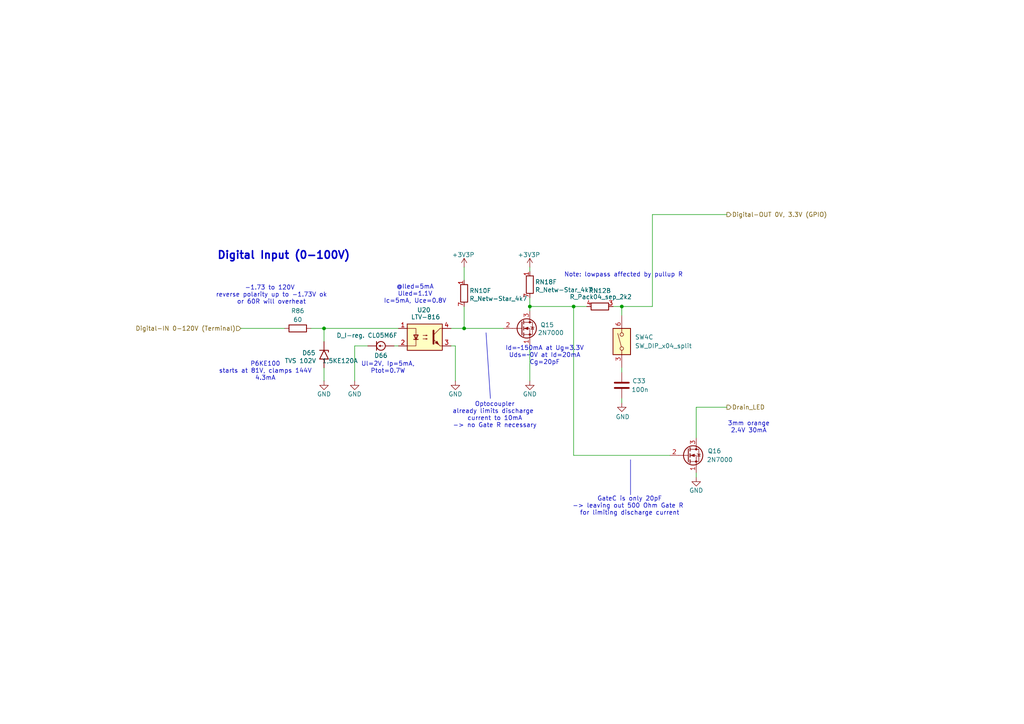
<source format=kicad_sch>
(kicad_sch (version 20231120) (generator "eeschema") (generator_version "8.0")
  (paper "A4")
  (lib_symbols
    (symbol "Device:C" (pin_numbers hide) (pin_names (offset 0.254))
      (property "Reference" "C" (at 0.635 2.54 0))
      (property "Value" "C" (at 0.635 -2.54 0))
      (symbol "C_0_1"
        (polyline (pts (xy -2.032 -0.762) (xy 2.032 -0.762)) (stroke (width 0.508)))
        (polyline (pts (xy -2.032 0.762) (xy 2.032 0.762)) (stroke (width 0.508)))
      )
      (symbol "C_1_1"
        (pin passive line (at 0 3.81 270) (length 2.794) (name "~") (number "1"))
        (pin passive line (at 0 -3.81 90) (length 2.794) (name "~") (number "2"))
      )
    )
    (symbol "Device:D_Current-regulator" (pin_numbers hide) (pin_names (offset 1.016) hide)
      (property "Reference" "D" (at 0 2.54 0))
      (property "Value" "D_Current-regulator" (at 0 -2.54 0))
      (symbol "D_Current-regulator_0_1"
        (polyline (pts (xy -1.27 1.27) (xy -1.27 -1.27)) (stroke (width 0.254)))
      )
      (symbol "D_Current-regulator_1_1"
        (polyline (pts (xy -0.127 0) (xy 0.635 0)))
        (polyline (pts (xy -0.127 0.254) (xy -0.635 0) (xy -0.127 -0.254) (xy -0.127 0.254)) (fill (type outline)))
        (circle (center 0 0) (radius 1.27) (stroke (width 0.254)))
        (pin passive line (at -3.81 0 0) (length 2.54) (name "K") (number "1"))
        (pin passive line (at 3.81 0 180) (length 2.54) (name "A") (number "2"))
      )
    )
    (symbol "Device:R" (pin_numbers hide) (pin_names (offset 0))
      (property "Reference" "R" (at 2.032 0 90))
      (property "Value" "R" (at 0 0 90))
      (symbol "R_0_1"
        (rectangle (start -1.016 -2.54) (end 1.016 2.54) (stroke (width 0.254)))
      )
      (symbol "R_1_1"
        (pin passive line (at 0 3.81 270) (length 1.27) (name "~") (number "1"))
        (pin passive line (at 0 -3.81 90) (length 1.27) (name "~") (number "2"))
      )
    )
    (symbol "Device:R_Network08_Split" (pin_names (offset 0) hide)
      (property "Reference" "RN" (at 2.032 0 90))
      (property "Value" "R_Network08_Split" (at 0 0 90))
      (symbol "R_Network08_Split_0_1"
        (rectangle (start 1.016 2.54) (end -1.016 -2.54) (stroke (width 0.254)))
        (pin passive line (at 0 3.81 270) (length 1.27) (name "R1") (number "1"))
      )
      (symbol "R_Network08_Split_1_1"
        (pin passive line (at 0 -3.81 90) (length 1.27) (name "R1.2") (number "2"))
      )
      (symbol "R_Network08_Split_2_1"
        (pin passive line (at 0 -3.81 90) (length 1.27) (name "R2.2") (number "3"))
      )
      (symbol "R_Network08_Split_3_1"
        (pin passive line (at 0 -3.81 90) (length 1.27) (name "R3.2") (number "4"))
      )
      (symbol "R_Network08_Split_4_1"
        (pin passive line (at 0 -3.81 90) (length 1.27) (name "R4.2") (number "5"))
      )
      (symbol "R_Network08_Split_5_1"
        (pin passive line (at 0 -3.81 90) (length 1.27) (name "R5.2") (number "6"))
      )
      (symbol "R_Network08_Split_6_1"
        (pin passive line (at 0 -3.81 90) (length 1.27) (name "R6.2") (number "7"))
      )
      (symbol "R_Network08_Split_7_1"
        (pin passive line (at 0 -3.81 90) (length 1.27) (name "R7.2") (number "8"))
      )
      (symbol "R_Network08_Split_8_1"
        (pin passive line (at 0 -3.81 90) (length 1.27) (name "R8.2") (number "9"))
      )
    )
    (symbol "Device:R_Pack04_SIP_Split" (pin_names (offset 0) hide)
      (property "Reference" "RN" (at 2.032 0 90))
      (property "Value" "R_Pack04_SIP_Split" (at 0 0 90))
      (symbol "R_Pack04_SIP_Split_0_1"
        (rectangle (start 1.016 2.54) (end -1.016 -2.54) (stroke (width 0.254)))
      )
      (symbol "R_Pack04_SIP_Split_1_1"
        (pin passive line (at 0 -3.81 90) (length 1.27) (name "R1.1") (number "1"))
        (pin passive line (at 0 3.81 270) (length 1.27) (name "R1.2") (number "2"))
      )
      (symbol "R_Pack04_SIP_Split_2_1"
        (pin passive line (at 0 -3.81 90) (length 1.27) (name "R2.1") (number "3"))
        (pin passive line (at 0 3.81 270) (length 1.27) (name "R2.2") (number "4"))
      )
      (symbol "R_Pack04_SIP_Split_3_1"
        (pin passive line (at 0 -3.81 90) (length 1.27) (name "R3.1") (number "5"))
        (pin passive line (at 0 3.81 270) (length 1.27) (name "R3.2") (number "6"))
      )
      (symbol "R_Pack04_SIP_Split_4_1"
        (pin passive line (at 0 -3.81 90) (length 1.27) (name "R4.1") (number "7"))
        (pin passive line (at 0 3.81 270) (length 1.27) (name "R4.2") (number "8"))
      )
    )
    (symbol "Diode:1N62xxA" (pin_numbers hide) (pin_names (offset 1.016) hide)
      (property "Reference" "D" (at 0 2.54 0))
      (property "Value" "1N62xxA" (at 0 -2.54 0))
      (symbol "1N62xxA_0_1"
        (polyline (pts (xy -0.762 1.27) (xy -1.27 1.27) (xy -1.27 -1.27)) (stroke (width 0.254)))
        (polyline (pts (xy 1.27 1.27) (xy 1.27 -1.27) (xy -1.27 0) (xy 1.27 1.27)) (stroke (width 0.254)))
      )
      (symbol "1N62xxA_1_1"
        (pin passive line (at -3.81 0 0) (length 2.54) (name "A1") (number "1"))
        (pin passive line (at 3.81 0 180) (length 2.54) (name "A2") (number "2"))
      )
    )
    (symbol "Isolator:LTV-817M" (pin_names (offset 1.016))
      (property "Reference" "U" (at -3.81 5.08 0))
      (property "Value" "LTV-817M" (at 0 -5.08 0))
      (symbol "LTV-817M_1_1"
        (rectangle (start -5.08 3.81) (end 5.08 -3.81) (stroke (width 0.254)) (fill (type background)))
        (polyline (pts (xy -3.175 -0.635) (xy -1.905 -0.635)) (stroke (width 0.254)))
        (polyline (pts (xy 2.54 0.635) (xy 4.445 2.54)))
        (polyline (pts (xy 4.445 -2.54) (xy 2.54 -0.635)) (fill (type outline)))
        (polyline (pts (xy 4.445 -2.54) (xy 5.08 -2.54)))
        (polyline (pts (xy 4.445 2.54) (xy 5.08 2.54)))
        (polyline (pts (xy -5.08 2.54) (xy -2.54 2.54) (xy -2.54 -0.762)))
        (polyline (pts (xy -2.54 -0.635) (xy -2.54 -2.54) (xy -5.08 -2.54)))
        (polyline (pts (xy 2.54 1.905) (xy 2.54 -1.905) (xy 2.54 -1.905)) (stroke (width 0.508)))
        (polyline (pts (xy -2.54 -0.635) (xy -3.175 0.635) (xy -1.905 0.635) (xy -2.54 -0.635)) (stroke (width 0.254)))
        (polyline (pts (xy -0.508 -0.508) (xy 0.762 -0.508) (xy 0.381 -0.635) (xy 0.381 -0.381) (xy 0.762 -0.508)))
        (polyline (pts (xy -0.508 0.508) (xy 0.762 0.508) (xy 0.381 0.381) (xy 0.381 0.635) (xy 0.762 0.508)))
        (polyline (pts (xy 3.048 -1.651) (xy 3.556 -1.143) (xy 4.064 -2.159) (xy 3.048 -1.651) (xy 3.048 -1.651)) (fill (type outline)))
        (pin passive line (at -7.62 2.54 0) (length 2.54) (name "~") (number "1"))
        (pin passive line (at -7.62 -2.54 0) (length 2.54) (name "~") (number "2"))
        (pin passive line (at 7.62 -2.54 180) (length 2.54) (name "~") (number "3"))
        (pin passive line (at 7.62 2.54 180) (length 2.54) (name "~") (number "4"))
      )
    )
    (symbol "Transistor_FET:2N7000" (pin_names hide)
      (property "Reference" "Q" (at 5.08 1.905 0))
      (property "Value" "2N7000" (at 5.08 0 0))
      (symbol "2N7000_0_1"
        (polyline (pts (xy 0.254 0) (xy -2.54 0)))
        (polyline (pts (xy 0.254 1.905) (xy 0.254 -1.905)) (stroke (width 0.254)))
        (polyline (pts (xy 0.762 -1.27) (xy 0.762 -2.286)) (stroke (width 0.254)))
        (polyline (pts (xy 0.762 0.508) (xy 0.762 -0.508)) (stroke (width 0.254)))
        (polyline (pts (xy 0.762 2.286) (xy 0.762 1.27)) (stroke (width 0.254)))
        (polyline (pts (xy 2.54 2.54) (xy 2.54 1.778)))
        (polyline (pts (xy 2.54 -2.54) (xy 2.54 0) (xy 0.762 0)))
        (polyline (pts (xy 0.762 -1.778) (xy 3.302 -1.778) (xy 3.302 1.778) (xy 0.762 1.778)))
        (polyline (pts (xy 1.016 0) (xy 2.032 0.381) (xy 2.032 -0.381) (xy 1.016 0)) (fill (type outline)))
        (polyline (pts (xy 2.794 0.508) (xy 2.921 0.381) (xy 3.683 0.381) (xy 3.81 0.254)))
        (polyline (pts (xy 3.302 0.381) (xy 2.921 -0.254) (xy 3.683 -0.254) (xy 3.302 0.381)))
        (circle (center 1.651 0) (radius 2.794) (stroke (width 0.254)))
        (circle (center 2.54 -1.778) (radius 0.254) (fill (type outline)))
        (circle (center 2.54 1.778) (radius 0.254) (fill (type outline)))
      )
      (symbol "2N7000_1_1"
        (pin passive line (at 2.54 -5.08 90) (length 2.54) (name "S") (number "1"))
        (pin input line (at -5.08 0 0) (length 2.54) (name "G") (number "2"))
        (pin passive line (at 2.54 5.08 270) (length 2.54) (name "D") (number "3"))
      )
    )
    (symbol "custom-symbols:SW_DIP_x04_split" (pin_names (offset 0) hide)
      (property "Reference" "SW" (at 0 3.81 0))
      (property "Value" "SW_DIP_x04_split" (at 0 -3.81 0))
      (symbol "SW_DIP_x04_split_0_0"
        (circle (center -2.032 0) (radius 0.508))
        (polyline (pts (xy -1.524 0.127) (xy 2.3622 1.1684)))
        (circle (center 2.032 0) (radius 0.508))
      )
      (symbol "SW_DIP_x04_split_0_1"
        (rectangle (start -3.81 2.54) (end 3.81 -2.54) (stroke (width 0.254)) (fill (type background)))
      )
      (symbol "SW_DIP_x04_split_1_1"
        (pin passive line (at -7.62 0 0) (length 5.08) (name "~") (number "1"))
        (pin passive line (at 7.62 0 180) (length 5.08) (name "~") (number "8"))
      )
      (symbol "SW_DIP_x04_split_2_1"
        (pin passive line (at -7.62 0 0) (length 5.08) (name "~") (number "2"))
        (pin passive line (at 7.62 0 180) (length 5.08) (name "~") (number "7"))
      )
      (symbol "SW_DIP_x04_split_3_1"
        (pin passive line (at -7.62 0 0) (length 5.08) (name "~") (number "3"))
        (pin passive line (at 7.62 0 180) (length 5.08) (name "~") (number "6"))
      )
      (symbol "SW_DIP_x04_split_4_1"
        (pin passive line (at -7.62 0 0) (length 5.08) (name "~") (number "4"))
        (pin passive line (at 7.62 0 180) (length 5.08) (name "~") (number "5"))
      )
    )
    (symbol "power:+3V3" (power) (pin_numbers hide) (pin_names (offset 0) hide)
      (property "Value" "+3V3" (at 0 3.556 0))
      (symbol "+3V3_0_1"
        (polyline (pts (xy -0.762 1.27) (xy 0 2.54)))
        (polyline (pts (xy 0 0) (xy 0 2.54)))
        (polyline (pts (xy 0 2.54) (xy 0.762 1.27)))
      )
      (symbol "+3V3_1_1"
        (pin power_in line (at 0 0 90) (length 0) (name "~") (number "1"))
      )
    )
    (symbol "power:GND" (power) (pin_numbers hide) (pin_names (offset 0) hide)
      (property "Value" "GND" (at 0 -3.81 0))
      (symbol "GND_0_1"
        (polyline (pts (xy 0 0) (xy 0 -1.27) (xy 1.27 -1.27) (xy 0 -2.54) (xy -1.27 -1.27) (xy 0 -1.27)))
      )
      (symbol "GND_1_1"
        (pin power_in line (at 0 0 270) (length 0) (name "~") (number "1"))
      )
    )
  )
  (junction (at 153.67 88.9))
  (junction (at 134.62 95.25))
  (junction (at 180.34 88.9))
  (junction (at 93.98 95.25))
  (junction (at 166.37 88.9))
  (wire (pts (xy 102.87 100.33) (xy 102.87 110.49)))
  (polyline (pts (xy 182.88 133.35) (xy 182.88 143.51)))
  (wire (pts (xy 130.81 100.33) (xy 132.08 100.33)))
  (wire (pts (xy 201.93 118.11) (xy 210.82 118.11)))
  (wire (pts (xy 166.37 132.08) (xy 194.31 132.08)))
  (wire (pts (xy 93.98 95.25) (xy 93.98 99.06)))
  (wire (pts (xy 106.68 100.33) (xy 102.87 100.33)))
  (wire (pts (xy 132.08 100.33) (xy 132.08 110.49)))
  (wire (pts (xy 177.8 88.9) (xy 180.34 88.9)))
  (wire (pts (xy 180.34 88.9) (xy 189.23 88.9)))
  (wire (pts (xy 93.98 106.68) (xy 93.98 110.49)))
  (wire (pts (xy 153.67 77.47) (xy 153.67 78.74)))
  (wire (pts (xy 189.23 88.9) (xy 189.23 62.23)))
  (wire (pts (xy 189.23 62.23) (xy 210.82 62.23)))
  (wire (pts (xy 134.62 88.9) (xy 134.62 95.25)))
  (wire (pts (xy 134.62 95.25) (xy 146.05 95.25)))
  (wire (pts (xy 153.67 88.9) (xy 153.67 90.17)))
  (wire (pts (xy 180.34 107.95) (xy 180.34 106.68)))
  (wire (pts (xy 69.85 95.25) (xy 82.55 95.25)))
  (wire (pts (xy 180.34 115.57) (xy 180.34 116.84)))
  (wire (pts (xy 153.67 86.36) (xy 153.67 88.9)))
  (wire (pts (xy 93.98 95.25) (xy 115.57 95.25)))
  (wire (pts (xy 114.3 100.33) (xy 115.57 100.33)))
  (wire (pts (xy 130.81 95.25) (xy 134.62 95.25)))
  (wire (pts (xy 166.37 88.9) (xy 170.18 88.9)))
  (wire (pts (xy 201.93 118.11) (xy 201.93 127)))
  (wire (pts (xy 90.17 95.25) (xy 93.98 95.25)))
  (wire (pts (xy 153.67 88.9) (xy 166.37 88.9)))
  (wire (pts (xy 166.37 132.08) (xy 166.37 88.9)))
  (wire (pts (xy 153.67 100.33) (xy 153.67 110.49)))
  (polyline (pts (xy 140.97 96.52) (xy 142.24 115.57)))
  (wire (pts (xy 180.34 88.9) (xy 180.34 91.44)))
  (wire (pts (xy 201.93 137.16) (xy 201.93 138.43)))
  (wire (pts (xy 134.62 77.47) (xy 134.62 81.28)))
  (text "Note: lowpass affected by pullup R" (at 180.848 79.756 0) (effects (font (size 1.27 1.27))))
  (text "Ul=2V, Ip=5mA,\nPtot=0.7W" (at 112.522 106.68 0) (effects (font (size 1.27 1.27))))
  (text "3mm orange\n2.4V 30mA" (at 217.17 123.952 0) (effects (font (size 1.27 1.27))))
  (text "Digital Input (0-100V)" (at 82.296 74.168 0) (effects (font (size 2.2 2.2) (thickness 0.44) (bold yes))))
  (text "GateC is only 20pF\n-> leaving out 500 Ohm Gate R \nfor limiting discharge current" (at 182.626 146.812 0) (effects (font (size 1.27 1.27))))
  (text "P6KE100\nstarts at 81V, clamps 144V\n4.3mA" (at 76.962 107.696 0) (effects (font (size 1.27 1.27))))
  (text "-1.73 to 120V \nreverse polarity up to -1.73V ok\nor 60R will overheat" (at 78.74 85.598 0) (effects (font (size 1.27 1.27))))
  (text "Id=~150mA at Ug=3.3V\nUds=~0V at Id=20mA\nCg=20pF" (at 157.988 103.124 0) (effects (font (size 1.27 1.27))))
  (text "Optocoupler\nalready limits discharge \ncurrent to 10mA\n-> no Gate R necessary" (at 143.51 120.396 0) (effects (font (size 1.27 1.27))))
  (text "@Iled=5mA\nUled=1.1V\nIc=5mA, Uce=0.8V" (at 120.396 85.344 0) (effects (font (size 1.27 1.27))))
  (hierarchical_label "Digital-OUT 0V, 3.3V (GPIO)" (shape output) (at 210.82 62.23 0))
  (hierarchical_label "Drain_LED" (shape output) (at 210.82 118.11 0))
  (hierarchical_label "Digital-IN 0-120V (Terminal)" (shape input) (at 69.85 95.25 180))
  (symbol (lib_id "Device:R_Network08_Split") (at 153.67 82.55 0) (unit 6)
    (property "Reference" "RN18" (at 155.194 81.788 0) (effects (justify left)))
    (property "Value" "R_Netw-Star_4k7" (at 155.194 84.074 0) (effects (justify left)))
    (property "Footprint" "Resistor_THT:R_Array_SIP9" (effects (hide yes)))
    (property "Datasheet" "https://www.reichelt.com/be/en/shop/product/resistor_network_8_x_4_7_kohm_2_sil-9-18049?nbc=1&trstct=pos_15" (effects (hide yes)))
    (property "Description" "8 resistor network, star topology, bussed resistors, split" (effects (hide yes)))
    (instances (project "pi-interface-board_v1.0" (path "" (reference "RN18") (unit 6)) (path "" (reference "RN18") (unit 7)) (path "" (reference "RN18") (unit 5)) (path "" (reference "RN18") (unit 8)) (path "" (reference "RN18") (unit 2)) (path "" (reference "RN18") (unit 4)) (path "" (reference "RN18") (unit 3)) (path "" (reference "RN18") (unit 1))))
  )
  (symbol (lib_id "power:GND") (at 102.87 110.49 0) (unit 1)
    (property "Reference" "#PWR0158" (effects (hide yes)))
    (property "Value" "GND" (at 102.87 114.3 0))
    (property "Description" "Power symbol creates a global label with name \"GND\" , ground" (effects (hide yes)))
    (instances (project "pi-interface-board_v1.0" (path "" (reference "#PWR0158") (unit 1)) (path "" (reference "#PWR0167") (unit 1)) (path "" (reference "#PWR0149") (unit 1)) (path "" (reference "#PWR0176") (unit 1)) (path "" (reference "#PWR0122") (unit 1)) (path "" (reference "#PWR0140") (unit 1)) (path "" (reference "#PWR0131") (unit 1)) (path "" (reference "#PWR0113") (unit 1))))
  )
  (symbol (lib_id "Transistor_FET:2N7000") (at 151.13 95.25 0) (unit 1)
    (property "Reference" "Q15" (at 156.718 94.234 0) (effects (justify left)))
    (property "Value" "2N7000" (at 155.956 96.52 0) (effects (justify left)))
    (property "Footprint" "Package_TO_SOT_THT:TO-92_Inline" (effects (hide yes)))
    (property "Datasheet" "https://www.reichelt.com/be/de/shop/produkt/mosfet_n-ch_60v_0_115a_0_4w_1_7r_to-92-41141?nbc=1&q=%2Fbe%2Fde%2Fshop%2Fmosfet-n-ch-60v-0-115a-0-4w-1-7r-to-92-2n-7000-p41141.html&trstct=pos_0" (effects (hide yes)))
    (property "Description" "0.2A Id, 200V Vds, N-Channel MOSFET, 2.6V Logic Level, TO-92" (effects (hide yes)))
    (instances (project "pi-interface-board_v1.0" (path "" (reference "Q15") (unit 1)) (path "" (reference "Q17") (unit 1)) (path "" (reference "Q13") (unit 1)) (path "" (reference "Q19") (unit 1)) (path "" (reference "Q7") (unit 1)) (path "" (reference "Q11") (unit 1)) (path "" (reference "Q9") (unit 1)) (path "" (reference "Q2") (unit 1))))
  )
  (symbol (lib_id "power:GND") (at 201.93 138.43 0) (unit 1)
    (property "Reference" "#PWR0165" (effects (hide yes)))
    (property "Value" "GND" (at 201.93 142.24 0))
    (property "Description" "Power symbol creates a global label with name \"GND\" , ground" (effects (hide yes)))
    (instances (project "pi-interface-board_v1.0" (path "" (reference "#PWR0165") (unit 1)) (path "" (reference "#PWR0174") (unit 1)) (path "" (reference "#PWR0156") (unit 1)) (path "" (reference "#PWR0183") (unit 1)) (path "" (reference "#PWR0129") (unit 1)) (path "" (reference "#PWR0147") (unit 1)) (path "" (reference "#PWR0138") (unit 1)) (path "" (reference "#PWR0120") (unit 1))))
  )
  (symbol (lib_id "Transistor_FET:2N7000") (at 199.39 132.08 0) (unit 1)
    (property "Reference" "Q16" (at 205.232 130.81 0) (effects (justify left)))
    (property "Value" "2N7000" (at 204.978 133.35 0) (effects (justify left)))
    (property "Footprint" "Package_TO_SOT_THT:TO-92_Inline" (effects (hide yes)))
    (property "Datasheet" "https://www.reichelt.com/be/de/shop/produkt/mosfet_n-ch_60v_0_115a_0_4w_1_7r_to-92-41141?nbc=1&q=%2Fbe%2Fde%2Fshop%2Fmosfet-n-ch-60v-0-115a-0-4w-1-7r-to-92-2n-7000-p41141.html&trstct=pos_0" (effects (hide yes)))
    (property "Description" "0.2A Id, 200V Vds, N-Channel MOSFET, 2.6V Logic Level, TO-92" (effects (hide yes)))
    (instances (project "pi-interface-board_v1.0" (path "" (reference "Q16") (unit 1)) (path "" (reference "Q18") (unit 1)) (path "" (reference "Q14") (unit 1)) (path "" (reference "Q20") (unit 1)) (path "" (reference "Q8") (unit 1)) (path "" (reference "Q12") (unit 1)) (path "" (reference "Q10") (unit 1)) (path "" (reference "Q6") (unit 1))))
  )
  (symbol (lib_id "Device:C") (at 180.34 111.76 0) (unit 1)
    (property "Reference" "C33" (at 183.388 110.49 0) (effects (justify left)))
    (property "Value" "100n" (at 183.134 113.03 0) (effects (justify left)))
    (property "Footprint" "Capacitor_THT:C_Disc_D7.0mm_W2.5mm_P5.00mm" (effects (hide yes)))
    (property "Datasheet" "https://www.conrad.de/de/p/kemet-r82dc3100aa50k-1-st-polyester-kondensator-radial-bedrahtet-100-nf-63-v-10-5-mm-l-x-b-x-h-7-2-x-2-5-x-6-5-mm-1235240.html" (effects (hide yes)))
    (property "Description" "Unpolarized capacitor" (effects (hide yes)))
    (instances (project "pi-interface-board_v1.0" (path "" (reference "C33") (unit 1)) (path "" (reference "C34") (unit 1)) (path "" (reference "C32") (unit 1)) (path "" (reference "C35") (unit 1)) (path "" (reference "C29") (unit 1)) (path "" (reference "C31") (unit 1)) (path "" (reference "C30") (unit 1)) (path "" (reference "C17") (unit 1))))
  )
  (symbol (lib_id "Diode:1N62xxA") (at 93.98 102.87 270) (unit 1)
    (property "Reference" "D65" (at 87.63 102.362 90) (effects (justify left)))
    (property "Value" "TVS 102V  1,5KE120A" (at 82.55 104.648 90) (effects (justify left)))
    (property "Footprint" "Diode_THT:D_DO-15_P5.08mm_Vertical_KathodeUp" (effects (hide yes)))
    (property "Datasheet" "https://www.reichelt.com/be/en/shop/product/tvs_diode_unidirectional_102_v_1500_w_do-201-272795" (effects (hide yes)))
    (property "Description" "1500W unidirectional TRANSZORB® Transient Voltage Suppressor, DO-201AE" (effects (hide yes)))
    (instances (project "pi-interface-board_v1.0" (path "" (reference "D65") (unit 1)) (path "" (reference "D68") (unit 1)) (path "" (reference "D62") (unit 1)) (path "" (reference "D71") (unit 1)) (path "" (reference "D53") (unit 1)) (path "" (reference "D59") (unit 1)) (path "" (reference "D56") (unit 1)) (path "" (reference "D50") (unit 1))))
  )
  (symbol (lib_id "Device:R") (at 86.36 95.25 90) (unit 1)
    (property "Reference" "R86" (at 86.36 90.17 90))
    (property "Value" "60" (at 86.36 92.71 90))
    (property "Footprint" "Resistor_THT:R_Axial_DIN0207_L6.3mm_D2.5mm_P2.54mm_Vertical" (effects (hide yes)))
    (property "Datasheet" "https://www.reichelt.com/be/en/shop/product/metal_film_resistor_59_0_ohm-11890" (effects (hide yes)))
    (property "Description" "Resistor" (effects (hide yes)))
    (instances (project "pi-interface-board_v1.0" (path "" (reference "R86") (unit 1)) (path "" (reference "R93") (unit 1)) (path "" (reference "R79") (unit 1)) (path "" (reference "R100") (unit 1)) (path "" (reference "R58") (unit 1)) (path "" (reference "R72") (unit 1)) (path "" (reference "R65") (unit 1)) (path "" (reference "R1") (unit 1))))
  )
  (symbol (lib_id "power:GND") (at 132.08 110.49 0) (unit 1)
    (property "Reference" "#PWR0159" (effects (hide yes)))
    (property "Value" "GND" (at 132.08 114.3 0))
    (property "Description" "Power symbol creates a global label with name \"GND\" , ground" (effects (hide yes)))
    (instances (project "pi-interface-board_v1.0" (path "" (reference "#PWR0159") (unit 1)) (path "" (reference "#PWR0168") (unit 1)) (path "" (reference "#PWR0150") (unit 1)) (path "" (reference "#PWR0177") (unit 1)) (path "" (reference "#PWR0123") (unit 1)) (path "" (reference "#PWR0141") (unit 1)) (path "" (reference "#PWR0132") (unit 1)) (path "" (reference "#PWR0114") (unit 1))))
  )
  (symbol (lib_id "power:GND") (at 180.34 116.84 0) (unit 1)
    (property "Reference" "#PWR0163" (effects (hide yes)))
    (property "Value" "GND" (at 180.594 120.904 0))
    (property "Description" "Power symbol creates a global label with name \"GND\" , ground" (effects (hide yes)))
    (instances (project "pi-interface-board_v1.0" (path "" (reference "#PWR0163") (unit 1)) (path "" (reference "#PWR0172") (unit 1)) (path "" (reference "#PWR0154") (unit 1)) (path "" (reference "#PWR0181") (unit 1)) (path "" (reference "#PWR0127") (unit 1)) (path "" (reference "#PWR0145") (unit 1)) (path "" (reference "#PWR0136") (unit 1)) (path "" (reference "#PWR0118") (unit 1))))
  )
  (symbol (lib_id "power:GND") (at 93.98 110.49 0) (unit 1)
    (property "Reference" "#PWR0157" (effects (hide yes)))
    (property "Value" "GND" (at 93.98 114.3 0))
    (property "Description" "Power symbol creates a global label with name \"GND\" , ground" (effects (hide yes)))
    (instances (project "pi-interface-board_v1.0" (path "" (reference "#PWR0157") (unit 1)) (path "" (reference "#PWR0166") (unit 1)) (path "" (reference "#PWR0148") (unit 1)) (path "" (reference "#PWR0175") (unit 1)) (path "" (reference "#PWR0121") (unit 1)) (path "" (reference "#PWR0139") (unit 1)) (path "" (reference "#PWR0130") (unit 1)) (path "" (reference "#PWR0112") (unit 1))))
  )
  (symbol (lib_id "custom-symbols:SW_DIP_x04_split") (at 180.34 99.06 90) (unit 3)
    (property "Reference" "SW4" (at 184.15 97.7899 90) (effects (justify right)))
    (property "Value" "SW_DIP_x04_split" (at 184.15 100.3299 90) (effects (justify right)))
    (property "Footprint" "Button_Switch_THT:SW_DIP_SPSTx04_Slide_9.78x12.34mm_W7.62mm_P2.54mm" (effects (hide yes)))
    (property "Datasheet" "https://www.reichelt.com/be/en/shop/product/dip_switch_vertical_4-pin-13532" (effects (hide yes)))
    (property "Description" "4x DIP Switch, 4 Pole Single Throw (SPST) switch, small symbol" (effects (hide yes)))
    (instances (project "" (path "" (reference "SW4") (unit 3)) (path "" (reference "SW4") (unit 2)) (path "" (reference "SW4") (unit 4)) (path "" (reference "SW4") (unit 1)) (path "" (reference "SW3") (unit 3)) (path "" (reference "SW3") (unit 1)) (path "" (reference "SW3") (unit 2)) (path "" (reference "SW3") (unit 4))))
  )
  (symbol (lib_id "Device:R_Pack04_SIP_Split") (at 173.99 88.9 90) (unit 2)
    (property "Reference" "RN12" (at 173.99 84.328 90))
    (property "Value" "R_Pack04_sep_2k2" (at 174.244 86.106 90))
    (property "Footprint" "Resistor_THT:R_Array_SIP8" (effects (hide yes)))
    (property "Datasheet" "https://www.reichelt.com/be/en/shop/product/resistor_network_4_x_2_2_kohm_2_sil-8-17915" (effects (hide yes)))
    (property "Description" "4 resistor network, parallel topology, SIP package, split" (effects (hide yes)))
    (instances (project "" (path "" (reference "RN12") (unit 2)) (path "" (reference "RN12") (unit 3)) (path "" (reference "RN12") (unit 1)) (path "" (reference "RN12") (unit 4)) (path "" (reference "RN11") (unit 2)) (path "" (reference "RN11") (unit 4)) (path "" (reference "RN11") (unit 3)) (path "" (reference "RN11") (unit 1))))
  )
  (symbol (lib_id "Device:R_Network08_Split") (at 134.62 85.09 0) (unit 6)
    (property "Reference" "RN10" (at 136.144 84.328 0) (effects (justify left)))
    (property "Value" "R_Netw-Star_4k7" (at 136.144 86.614 0) (effects (justify left)))
    (property "Footprint" "Resistor_THT:R_Array_SIP9" (effects (hide yes)))
    (property "Datasheet" "https://www.reichelt.com/be/en/shop/product/resistor_network_8_x_4_7_kohm_2_sil-9-18049?nbc=1&trstct=pos_15" (effects (hide yes)))
    (property "Description" "8 resistor network, star topology, bussed resistors, split" (effects (hide yes)))
    (instances (project "" (path "" (reference "RN10") (unit 6)) (path "" (reference "RN10") (unit 7)) (path "" (reference "RN10") (unit 5)) (path "" (reference "RN10") (unit 8)) (path "" (reference "RN10") (unit 3)) (path "" (reference "RN10") (unit 1)) (path "" (reference "RN10") (unit 2)) (path "" (reference "RN10") (unit 4))))
  )
  (symbol (lib_id "Device:D_Current-regulator") (at 110.49 100.33 0) (unit 1)
    (property "Reference" "D66" (at 110.49 103.124 0))
    (property "Value" "D_I-reg. CL05M6F" (at 106.426 97.282 0))
    (property "Footprint" "Diode_SMD:D_SOD-123F" (effects (hide yes)))
    (property "Datasheet" "https://www.conrad.de/de/p/diotec-konstantstromquellen-cl05m6f-sod-123fl-2807601.html" (effects (hide yes)))
    (property "Description" "Constant-current diode / current limiting diode / current regulator diode, IEC60747-3:2013" (effects (hide yes)))
    (instances (project "pi-interface-board_v1.0" (path "" (reference "D66") (unit 1)) (path "" (reference "D69") (unit 1)) (path "" (reference "D63") (unit 1)) (path "" (reference "D72") (unit 1)) (path "" (reference "D54") (unit 1)) (path "" (reference "D60") (unit 1)) (path "" (reference "D57") (unit 1)) (path "" (reference "D51") (unit 1))))
  )
  (symbol (lib_id "power:+3V3") (at 153.67 77.47 0) (unit 1)
    (property "Reference" "#PWR021" (effects (hide yes)))
    (property "Value" "+3V3P" (at 153.416 73.914 0))
    (property "Description" "Power symbol creates a global label with name \"+3V3\"" (effects (hide yes)))
    (instances (project "pi-interface-board_v1.0" (path "" (reference "#PWR027") (unit 1)) (path "" (reference "#PWR029") (unit 1)) (path "" (reference "#PWR026") (unit 1)) (path "" (reference "#PWR043") (unit 1)) (path "" (reference "#PWR022") (unit 1)) (path "" (reference "#PWR025") (unit 1)) (path "" (reference "#PWR024") (unit 1)) (path "" (reference "#PWR021") (unit 1))))
  )
  (symbol (lib_id "power:+3V3") (at 134.62 77.47 0) (unit 1)
    (property "Reference" "#PWR07" (effects (hide yes)))
    (property "Value" "+3V3P" (at 134.366 73.914 0))
    (property "Description" "Power symbol creates a global label with name \"+3V3\"" (effects (hide yes)))
    (instances (project "pi-interface-board_v1.0" (path "" (reference "#PWR018") (unit 1)) (path "" (reference "#PWR019") (unit 1)) (path "" (reference "#PWR016") (unit 1)) (path "" (reference "#PWR020") (unit 1)) (path "" (reference "#PWR08") (unit 1)) (path "" (reference "#PWR010") (unit 1)) (path "" (reference "#PWR09") (unit 1)) (path "" (reference "#PWR07") (unit 1))))
  )
  (symbol (lib_id "power:GND") (at 153.67 110.49 0) (unit 1)
    (property "Reference" "#PWR0162" (effects (hide yes)))
    (property "Value" "GND" (at 153.67 114.3 0))
    (property "Description" "Power symbol creates a global label with name \"GND\" , ground" (effects (hide yes)))
    (instances (project "pi-interface-board_v1.0" (path "" (reference "#PWR0162") (unit 1)) (path "" (reference "#PWR0171") (unit 1)) (path "" (reference "#PWR0153") (unit 1)) (path "" (reference "#PWR0180") (unit 1)) (path "" (reference "#PWR0126") (unit 1)) (path "" (reference "#PWR0144") (unit 1)) (path "" (reference "#PWR0135") (unit 1)) (path "" (reference "#PWR0117") (unit 1))))
  )
  (symbol (lib_id "Isolator:LTV-817M") (at 123.19 97.79 0) (unit 1)
    (property "Reference" "U20" (at 122.936 89.916 0))
    (property "Value" "LTV-816" (at 123.444 91.948 0))
    (property "Footprint" "Package_DIP:DIP-4_W10.16mm" (effects (hide yes)))
    (property "Datasheet" "[bestand] https://de.rs-online.com/web/p/optokoppler/6912108" (effects (hide yes)))
    (property "Description" "DC Optocoupler, Vce 35V, CTR 50%, DIP-4" (effects (hide yes)))
    (instances (project "pi-interface-board_v1.0" (path "" (reference "U20") (unit 1)) (path "" (reference "U21") (unit 1)) (path "" (reference "U19") (unit 1)) (path "" (reference "U22") (unit 1)) (path "" (reference "U8") (unit 1)) (path "" (reference "U18") (unit 1)) (path "" (reference "U17") (unit 1)) (path "" (reference "U7") (unit 1))))
  )
)
</source>
